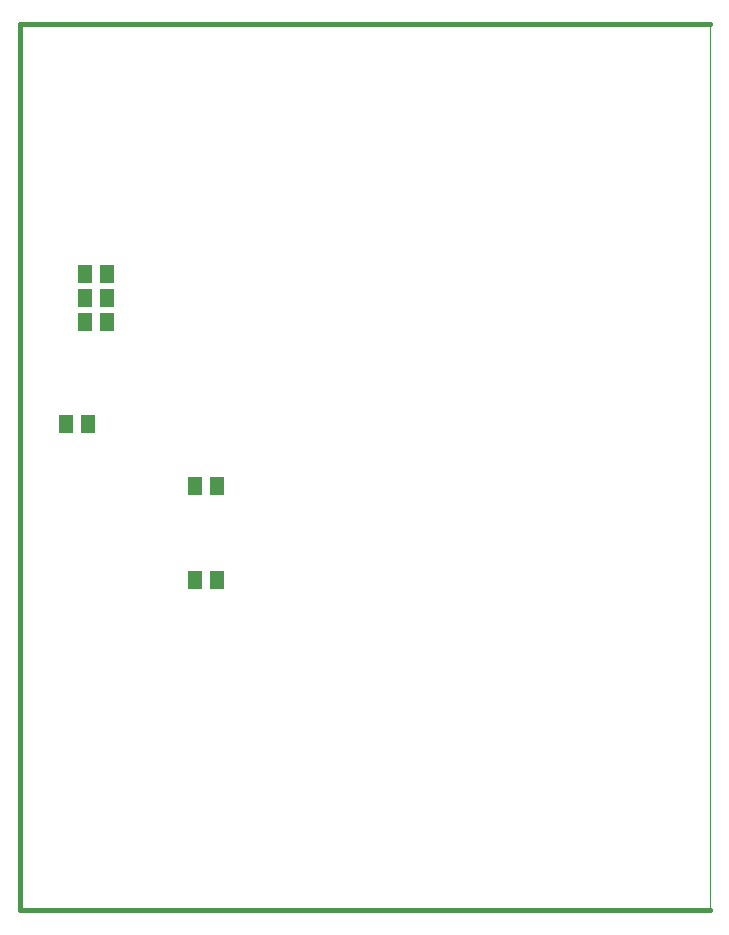
<source format=gbp>
G75*
%MOIN*%
%OFA0B0*%
%FSLAX25Y25*%
%IPPOS*%
%LPD*%
%AMOC8*
5,1,8,0,0,1.08239X$1,22.5*
%
%ADD10C,0.01600*%
%ADD11C,0.00100*%
%ADD12R,0.05118X0.05906*%
D10*
X0027500Y0001800D02*
X0027500Y0297076D01*
X0257500Y0297076D01*
X0257500Y0001800D02*
X0027500Y0001800D01*
D11*
X0257500Y0001800D02*
X0257500Y0297076D01*
D12*
X0093240Y0143300D03*
X0085760Y0143300D03*
X0085760Y0111800D03*
X0093240Y0111800D03*
X0050240Y0163800D03*
X0042760Y0163800D03*
X0049260Y0197800D03*
X0056740Y0197800D03*
X0056740Y0205800D03*
X0049260Y0205800D03*
X0049260Y0213800D03*
X0056740Y0213800D03*
M02*

</source>
